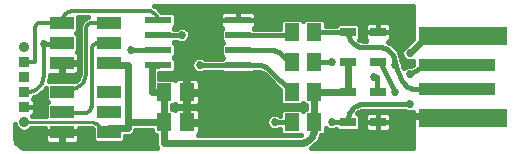
<source format=gtl>
G75*
%MOIN*%
%OFA0B0*%
%FSLAX24Y24*%
%IPPOS*%
%LPD*%
%AMOC8*
5,1,8,0,0,1.08239X$1,22.5*
%
%ADD10R,0.0512X0.0591*%
%ADD11R,0.0531X0.0315*%
%ADD12R,0.0870X0.0240*%
%ADD13R,0.0787X0.0433*%
%ADD14R,0.0350X0.0320*%
%ADD15C,0.0350*%
%ADD16R,0.2953X0.0591*%
%ADD17R,0.2559X0.0394*%
%ADD18C,0.0240*%
%ADD19C,0.0150*%
%ADD20C,0.0100*%
%ADD21C,0.0160*%
%ADD22C,0.0120*%
%ADD23C,0.0270*%
%ADD24C,0.0060*%
D10*
X005806Y001680D03*
X006554Y001680D03*
X006554Y002680D03*
X005806Y002680D03*
X010056Y002680D03*
X010804Y002680D03*
X010804Y003680D03*
X010056Y003680D03*
X010056Y004680D03*
X010804Y004680D03*
X010804Y001680D03*
X010056Y001680D03*
D11*
X011930Y001680D03*
X012930Y001680D03*
X012930Y002680D03*
X011930Y002680D03*
X011930Y003680D03*
X012930Y003680D03*
X012930Y004680D03*
X011930Y004680D03*
D12*
X008260Y004580D03*
X008260Y005080D03*
X005610Y005080D03*
X005610Y004580D03*
X005610Y004080D03*
X005610Y003580D03*
X008260Y003580D03*
X008260Y004080D03*
D13*
X003967Y004330D03*
X002393Y004330D03*
X002393Y004999D03*
X003967Y004999D03*
X003967Y003661D03*
X002393Y003661D03*
X002393Y002689D03*
X003967Y002689D03*
X003967Y002020D03*
X002393Y002020D03*
X002393Y001351D03*
X003967Y001351D03*
D14*
X001130Y002180D03*
X001130Y002680D03*
X001130Y003180D03*
X001130Y003680D03*
D15*
X001130Y004180D03*
X001130Y001680D03*
D16*
X015759Y001802D03*
X015759Y004558D03*
D17*
X015562Y003574D03*
X015562Y002786D03*
D18*
X015681Y001880D02*
X013680Y001880D01*
X011930Y002680D02*
X010804Y002680D01*
X010804Y001680D01*
X010804Y001480D01*
X010802Y001436D01*
X010796Y001393D01*
X010787Y001351D01*
X010774Y001309D01*
X010757Y001269D01*
X010737Y001230D01*
X010714Y001193D01*
X010687Y001159D01*
X010658Y001126D01*
X010625Y001097D01*
X010591Y001070D01*
X010554Y001047D01*
X010515Y001027D01*
X010475Y001010D01*
X010433Y000997D01*
X010391Y000988D01*
X010348Y000982D01*
X010304Y000980D01*
X005780Y000980D01*
X005806Y002680D01*
X005380Y002680D01*
X005380Y003580D01*
X005610Y003580D01*
X004580Y003580D02*
X004580Y001680D01*
X004580Y001480D01*
X003967Y001480D01*
X004580Y001680D02*
X005780Y001680D01*
X005780Y000980D01*
X005806Y001680D02*
X005806Y002680D01*
X005780Y002680D01*
X004580Y003580D02*
X003980Y003580D01*
X011930Y003680D02*
X011930Y002680D01*
X013980Y003980D02*
X014580Y004580D01*
D19*
X011930Y004680D02*
X010804Y004680D01*
X008380Y004080D02*
X008260Y004080D01*
X009980Y003680D02*
X010056Y003680D01*
X005806Y001680D02*
X005780Y001680D01*
X003967Y001480D02*
X003967Y001351D01*
X003967Y003580D02*
X003967Y003661D01*
D20*
X003376Y001680D02*
X001130Y001680D01*
X003376Y001680D02*
X003404Y001678D01*
X003432Y001674D01*
X003459Y001666D01*
X003484Y001655D01*
X003509Y001642D01*
X003532Y001625D01*
X003553Y001607D01*
X003680Y001480D02*
X003967Y001480D01*
D21*
X001180Y000820D02*
X001110Y000827D01*
X000980Y000881D01*
X000881Y000980D01*
X000827Y001110D01*
X000820Y001180D01*
X000820Y001605D01*
X000863Y001502D01*
X000952Y001413D01*
X001067Y001365D01*
X001193Y001365D01*
X001308Y001413D01*
X001385Y001490D01*
X001819Y001490D01*
X001819Y001379D01*
X002364Y001379D01*
X002364Y001322D01*
X002421Y001322D01*
X002421Y000954D01*
X002810Y000954D01*
X002856Y000966D01*
X002897Y000990D01*
X002930Y001024D01*
X002954Y001065D01*
X002966Y001110D01*
X002966Y001322D01*
X002421Y001322D01*
X002421Y001379D01*
X002966Y001379D01*
X002966Y001490D01*
X003376Y001490D01*
X003388Y001489D01*
X003388Y001489D01*
X003434Y001443D01*
X003434Y001076D01*
X003516Y000994D01*
X004419Y000994D01*
X004501Y001076D01*
X004501Y001220D01*
X004632Y001220D01*
X004727Y001260D01*
X004800Y001333D01*
X004837Y001420D01*
X005410Y001420D01*
X005410Y001327D01*
X005492Y001245D01*
X005520Y001245D01*
X005520Y000982D01*
X005519Y000932D01*
X005520Y000930D01*
X005520Y000928D01*
X005539Y000882D01*
X005557Y000836D01*
X005559Y000835D01*
X005560Y000833D01*
X005572Y000820D01*
X001180Y000820D01*
X001082Y000839D02*
X005556Y000839D01*
X005520Y000997D02*
X004422Y000997D01*
X004501Y001156D02*
X005520Y001156D01*
X005423Y001314D02*
X004782Y001314D01*
X003513Y000997D02*
X002904Y000997D01*
X002966Y001156D02*
X003434Y001156D01*
X003434Y001314D02*
X002966Y001314D01*
X003180Y001351D02*
X003180Y001380D01*
X002966Y001473D02*
X003405Y001473D01*
X002421Y001473D02*
X002364Y001473D01*
X002364Y001490D02*
X002421Y001490D01*
X002421Y001379D01*
X002364Y001379D01*
X002364Y001490D01*
X002393Y001380D02*
X002393Y001351D01*
X002393Y001380D02*
X001580Y001280D01*
X001819Y001314D02*
X000820Y001314D01*
X000822Y001156D02*
X001819Y001156D01*
X001819Y001110D02*
X001831Y001065D01*
X001855Y001024D01*
X001888Y000990D01*
X001929Y000966D01*
X001975Y000954D01*
X002364Y000954D01*
X002364Y001322D01*
X001819Y001322D01*
X001819Y001110D01*
X001882Y000997D02*
X000874Y000997D01*
X000892Y001473D02*
X000820Y001473D01*
X001368Y001473D02*
X001819Y001473D01*
X002364Y001314D02*
X002421Y001314D01*
X002421Y001156D02*
X002364Y001156D01*
X002364Y000997D02*
X002421Y000997D01*
X001859Y001870D02*
X001405Y001870D01*
X001416Y001876D01*
X001449Y001909D01*
X001473Y001951D01*
X001485Y001996D01*
X001485Y002180D01*
X001485Y002364D01*
X001473Y002409D01*
X001449Y002451D01*
X001441Y002458D01*
X001445Y002462D01*
X001445Y002509D01*
X001597Y002556D01*
X001827Y002748D01*
X001859Y002810D01*
X001859Y002415D01*
X001919Y002355D01*
X001859Y002295D01*
X001859Y001870D01*
X001859Y001948D02*
X001471Y001948D01*
X001485Y002107D02*
X001859Y002107D01*
X001580Y002180D02*
X001130Y002180D01*
X001485Y002180D01*
X001130Y002180D01*
X001130Y002180D01*
X001485Y002265D02*
X001859Y002265D01*
X001859Y002424D02*
X001465Y002424D01*
X001597Y002556D02*
X001597Y002556D01*
X001627Y002582D02*
X001859Y002582D01*
X001859Y002741D02*
X001818Y002741D01*
X001827Y002748D02*
X001827Y002748D01*
X001827Y002748D01*
X001180Y002680D02*
X001130Y002680D01*
X001969Y003046D02*
X001973Y003090D01*
X001980Y003097D01*
X001980Y003171D01*
X001987Y003244D01*
X001980Y003252D01*
X001980Y003264D01*
X002364Y003264D01*
X002364Y003632D01*
X002421Y003632D01*
X002421Y003264D01*
X002810Y003264D01*
X002856Y003276D01*
X002897Y003300D01*
X002930Y003334D01*
X002954Y003375D01*
X002966Y003420D01*
X002966Y003632D01*
X002421Y003632D01*
X002421Y003689D01*
X002966Y003689D01*
X002966Y003901D01*
X002954Y003947D01*
X002930Y003988D01*
X002897Y004021D01*
X002894Y004023D01*
X002926Y004055D01*
X002926Y004605D01*
X002866Y004665D01*
X002926Y004725D01*
X002926Y005180D01*
X003276Y005180D01*
X003101Y005079D01*
X003101Y005079D01*
X003101Y005079D01*
X002980Y004870D01*
X002980Y003280D01*
X002974Y003221D01*
X002929Y003113D01*
X002853Y003037D01*
X002844Y003046D01*
X001969Y003046D01*
X001970Y003058D02*
X002874Y003058D01*
X002972Y003216D02*
X001984Y003216D01*
X002364Y003375D02*
X002421Y003375D01*
X002421Y003533D02*
X002364Y003533D01*
X002966Y003533D02*
X002980Y003533D01*
X002980Y003375D02*
X002954Y003375D01*
X002966Y003692D02*
X002980Y003692D01*
X002966Y003850D02*
X002980Y003850D01*
X002980Y004009D02*
X002910Y004009D01*
X002926Y004167D02*
X002980Y004167D01*
X002980Y004326D02*
X002926Y004326D01*
X002926Y004484D02*
X002980Y004484D01*
X002980Y004643D02*
X002888Y004643D01*
X002926Y004801D02*
X002980Y004801D01*
X002926Y004960D02*
X003032Y004960D01*
X002926Y005118D02*
X003169Y005118D01*
X002393Y004330D02*
X002391Y004317D01*
X002386Y004305D01*
X002378Y004295D01*
X002368Y004287D01*
X002356Y004282D01*
X002343Y004280D01*
X001780Y004280D01*
X003967Y003580D02*
X003980Y003580D01*
X004680Y004080D02*
X005610Y004080D01*
X006113Y004330D02*
X006185Y004258D01*
X006185Y003902D01*
X006113Y003830D01*
X006185Y003758D01*
X006185Y003402D01*
X006103Y003320D01*
X005640Y003320D01*
X005640Y003115D01*
X006120Y003115D01*
X006152Y003083D01*
X006154Y003086D01*
X006188Y003119D01*
X006229Y003143D01*
X006274Y003155D01*
X006506Y003155D01*
X006506Y002728D01*
X006602Y002728D01*
X006602Y003155D01*
X006834Y003155D01*
X006879Y003143D01*
X006920Y003119D01*
X006954Y003086D01*
X006978Y003045D01*
X006990Y002999D01*
X006990Y002728D01*
X006602Y002728D01*
X006602Y002632D01*
X006602Y002205D01*
X006834Y002205D01*
X006879Y002217D01*
X006920Y002241D01*
X006954Y002274D01*
X006978Y002315D01*
X006990Y002361D01*
X006990Y002632D01*
X006602Y002632D01*
X006506Y002632D01*
X006506Y002205D01*
X006274Y002205D01*
X006229Y002217D01*
X006188Y002241D01*
X006154Y002274D01*
X006152Y002277D01*
X006120Y002245D01*
X006066Y002245D01*
X006066Y002115D01*
X006120Y002115D01*
X006152Y002083D01*
X006154Y002086D01*
X006188Y002119D01*
X006229Y002143D01*
X006274Y002155D01*
X006506Y002155D01*
X006506Y001728D01*
X006602Y001728D01*
X006602Y002155D01*
X006834Y002155D01*
X006879Y002143D01*
X006920Y002119D01*
X006954Y002086D01*
X006978Y002045D01*
X006990Y001999D01*
X006990Y001728D01*
X006602Y001728D01*
X006602Y001632D01*
X006990Y001632D01*
X006990Y001361D01*
X006978Y001315D01*
X006954Y001274D01*
X006920Y001241D01*
X006919Y001240D01*
X010304Y001240D01*
X010351Y001245D01*
X010351Y001245D01*
X009742Y001245D01*
X009660Y001327D01*
X009660Y001460D01*
X009649Y001460D01*
X009636Y001447D01*
X009535Y001405D01*
X009425Y001405D01*
X009324Y001447D01*
X009247Y001524D01*
X009205Y001625D01*
X009205Y001735D01*
X009247Y001836D01*
X009324Y001913D01*
X009425Y001955D01*
X009535Y001955D01*
X009636Y001913D01*
X009649Y001900D01*
X009660Y001900D01*
X009660Y002033D01*
X009742Y002115D01*
X010370Y002115D01*
X010430Y002055D01*
X010490Y002115D01*
X010544Y002115D01*
X010544Y002245D01*
X010490Y002245D01*
X010430Y002305D01*
X010370Y002245D01*
X009742Y002245D01*
X009660Y002327D01*
X009660Y002765D01*
X009211Y003214D01*
X009210Y003214D01*
X009147Y003278D01*
X009104Y003313D01*
X009004Y003355D01*
X008949Y003360D01*
X008793Y003360D01*
X008753Y003320D01*
X007767Y003320D01*
X007727Y003360D01*
X007149Y003360D01*
X007136Y003347D01*
X007035Y003305D01*
X006925Y003305D01*
X006824Y003347D01*
X006747Y003424D01*
X006705Y003525D01*
X006705Y003635D01*
X006747Y003736D01*
X006824Y003813D01*
X006925Y003855D01*
X007035Y003855D01*
X007136Y003813D01*
X007149Y003800D01*
X007727Y003800D01*
X007757Y003830D01*
X007685Y003902D01*
X007685Y004258D01*
X007757Y004330D01*
X007685Y004402D01*
X007685Y004758D01*
X007733Y004806D01*
X007714Y004816D01*
X007681Y004849D01*
X007657Y004891D01*
X007645Y004936D01*
X007645Y005080D01*
X008260Y005080D01*
X008260Y005080D01*
X008260Y005380D01*
X008719Y005380D01*
X008764Y005368D01*
X008806Y005344D01*
X008839Y005311D01*
X008863Y005269D01*
X008875Y005224D01*
X008875Y005080D01*
X008260Y005080D01*
X008260Y005080D01*
X008260Y005080D01*
X008260Y005380D01*
X007801Y005380D01*
X007756Y005368D01*
X007714Y005344D01*
X007681Y005311D01*
X007657Y005269D01*
X007645Y005224D01*
X007645Y005080D01*
X008260Y005080D01*
X008875Y005080D01*
X008875Y004936D01*
X008863Y004891D01*
X008839Y004849D01*
X008806Y004816D01*
X008787Y004806D01*
X008793Y004800D01*
X009660Y004800D01*
X009660Y005033D01*
X009742Y005115D01*
X010370Y005115D01*
X010430Y005055D01*
X010490Y005115D01*
X011118Y005115D01*
X011200Y005033D01*
X011200Y004895D01*
X011524Y004895D01*
X011524Y004895D01*
X011606Y004977D01*
X012254Y004977D01*
X012336Y004895D01*
X012336Y004465D01*
X012305Y004434D01*
X012381Y004405D01*
X012432Y004400D01*
X012532Y004400D01*
X012520Y004412D01*
X012497Y004453D01*
X012484Y004499D01*
X012484Y004680D01*
X012930Y004680D01*
X013480Y004680D01*
X013376Y004680D02*
X013376Y004861D01*
X013363Y004907D01*
X013340Y004948D01*
X013306Y004982D01*
X013265Y005005D01*
X013219Y005017D01*
X012930Y005017D01*
X012641Y005017D01*
X012595Y005005D01*
X012554Y004982D01*
X012520Y004948D01*
X012497Y004907D01*
X012484Y004861D01*
X012484Y004680D01*
X012930Y004680D01*
X012930Y004680D01*
X012930Y005017D01*
X012930Y004680D01*
X013376Y004680D01*
X012930Y004680D01*
X012930Y004680D01*
X012930Y004680D01*
X012930Y004801D02*
X012930Y004801D01*
X012930Y004960D02*
X012930Y004960D01*
X013328Y004960D02*
X014080Y004960D01*
X014080Y004801D02*
X013376Y004801D01*
X013376Y004680D02*
X013376Y004499D01*
X013363Y004453D01*
X013340Y004412D01*
X013306Y004378D01*
X013265Y004355D01*
X013245Y004349D01*
X013388Y004290D01*
X013388Y004290D01*
X013590Y004088D01*
X013590Y004088D01*
X013700Y003823D01*
X013700Y003749D01*
X013713Y003736D01*
X013755Y003635D01*
X013755Y003525D01*
X013754Y003523D01*
X013781Y003470D01*
X013824Y003513D01*
X013925Y003555D01*
X014011Y003555D01*
X014080Y003597D01*
X014080Y003724D01*
X014035Y003705D01*
X013925Y003705D01*
X013824Y003747D01*
X013747Y003824D01*
X013705Y003925D01*
X013705Y004035D01*
X013747Y004136D01*
X013824Y004213D01*
X013860Y004228D01*
X014080Y004448D01*
X014080Y005540D01*
X005476Y005540D01*
X005563Y005504D01*
X005563Y005504D01*
X005704Y005363D01*
X005704Y005363D01*
X005713Y005340D01*
X006103Y005340D01*
X006185Y005258D01*
X006185Y004902D01*
X006113Y004830D01*
X006143Y004800D01*
X006211Y004800D01*
X006224Y004813D01*
X006325Y004855D01*
X006435Y004855D01*
X006536Y004813D01*
X006613Y004736D01*
X006655Y004635D01*
X006655Y004525D01*
X006613Y004424D01*
X006536Y004347D01*
X006435Y004305D01*
X006325Y004305D01*
X006224Y004347D01*
X006211Y004360D01*
X006143Y004360D01*
X006113Y004330D01*
X006117Y004326D02*
X006276Y004326D01*
X006484Y004326D02*
X007753Y004326D01*
X007685Y004484D02*
X006638Y004484D01*
X006652Y004643D02*
X007685Y004643D01*
X007728Y004801D02*
X006548Y004801D01*
X006212Y004801D02*
X006142Y004801D01*
X006185Y004960D02*
X007645Y004960D01*
X007645Y005118D02*
X006185Y005118D01*
X006166Y005277D02*
X007661Y005277D01*
X008260Y005277D02*
X008260Y005277D01*
X008260Y005118D02*
X008260Y005118D01*
X008875Y005118D02*
X014080Y005118D01*
X014080Y005277D02*
X008859Y005277D01*
X008875Y004960D02*
X009660Y004960D01*
X009660Y004801D02*
X008792Y004801D01*
X008260Y004580D02*
X009880Y004580D01*
X009880Y004680D01*
X010056Y004680D01*
X010080Y004680D01*
X011200Y004960D02*
X011588Y004960D01*
X011930Y004680D02*
X011935Y004630D01*
X012336Y004643D02*
X012484Y004643D01*
X012432Y004180D02*
X012389Y004182D01*
X012346Y004187D01*
X012304Y004197D01*
X012262Y004210D01*
X012222Y004226D01*
X012184Y004246D01*
X012147Y004269D01*
X012113Y004295D01*
X012081Y004324D01*
X012051Y004356D01*
X012025Y004390D01*
X012001Y004426D01*
X011981Y004464D01*
X011964Y004504D01*
X011950Y004545D01*
X011941Y004587D01*
X011934Y004630D01*
X012336Y004484D02*
X012488Y004484D01*
X013303Y004326D02*
X013958Y004326D01*
X014080Y004484D02*
X013372Y004484D01*
X013376Y004643D02*
X014080Y004643D01*
X014580Y004580D02*
X015680Y004580D01*
X015759Y004558D01*
X013778Y004167D02*
X013511Y004167D01*
X013623Y004009D02*
X013705Y004009D01*
X013689Y003850D02*
X013736Y003850D01*
X013731Y003692D02*
X014080Y003692D01*
X014480Y003580D02*
X013980Y003280D01*
X013742Y003056D02*
X013762Y003019D01*
X013786Y002984D01*
X013813Y002951D01*
X013842Y002920D01*
X013874Y002892D01*
X013908Y002866D01*
X013944Y002844D01*
X013982Y002825D01*
X014022Y002809D01*
X014063Y002796D01*
X014104Y002787D01*
X014146Y002782D01*
X014189Y002780D01*
X015547Y002780D01*
X015555Y002782D01*
X015563Y002786D01*
X013980Y002280D02*
X012430Y002280D01*
X012430Y002060D02*
X012375Y002055D01*
X012274Y002013D01*
X012239Y001977D01*
X012254Y001977D01*
X012336Y001895D01*
X012336Y001465D01*
X012254Y001383D01*
X011606Y001383D01*
X011539Y001450D01*
X011536Y001447D01*
X011435Y001405D01*
X011325Y001405D01*
X011224Y001447D01*
X011200Y001471D01*
X011200Y001327D01*
X011118Y001245D01*
X011029Y001245D01*
X010948Y001049D01*
X010948Y001049D01*
X010735Y000836D01*
X010735Y000836D01*
X010697Y000820D01*
X014080Y000820D01*
X014080Y002024D01*
X014035Y002005D01*
X013925Y002005D01*
X013824Y002047D01*
X013811Y002060D01*
X012430Y002060D01*
X012520Y001948D02*
X012554Y001982D01*
X012595Y002005D01*
X012641Y002017D01*
X012930Y002017D01*
X013219Y002017D01*
X013265Y002005D01*
X013306Y001982D01*
X013340Y001948D01*
X014080Y001948D01*
X013780Y001880D02*
X013780Y001680D01*
X012930Y001680D01*
X013376Y001680D01*
X013376Y001861D01*
X013363Y001907D01*
X013340Y001948D01*
X013376Y001790D02*
X014080Y001790D01*
X013780Y001780D02*
X013780Y001080D01*
X014080Y000997D02*
X010896Y000997D01*
X010737Y000839D02*
X014080Y000839D01*
X014080Y001156D02*
X010992Y001156D01*
X011187Y001314D02*
X014080Y001314D01*
X014080Y001473D02*
X013369Y001473D01*
X013363Y001453D02*
X013376Y001499D01*
X013376Y001680D01*
X012930Y001680D01*
X012930Y001680D01*
X012930Y001680D01*
X012930Y002017D01*
X012930Y001680D01*
X012930Y001343D01*
X013219Y001343D01*
X013265Y001355D01*
X013306Y001378D01*
X013340Y001412D01*
X013363Y001453D01*
X013376Y001631D02*
X014080Y001631D01*
X013780Y001780D02*
X013680Y001880D01*
X012930Y001948D02*
X012930Y001948D01*
X012930Y001790D02*
X012930Y001790D01*
X012930Y001680D02*
X012484Y001680D01*
X012484Y001499D01*
X012497Y001453D01*
X012520Y001412D01*
X012554Y001378D01*
X012595Y001355D01*
X012641Y001343D01*
X012930Y001343D01*
X012930Y001680D01*
X012930Y001680D01*
X012930Y001680D01*
X012484Y001680D01*
X012484Y001861D01*
X012497Y001907D01*
X012520Y001948D01*
X012283Y001948D01*
X012336Y001790D02*
X012484Y001790D01*
X012430Y002280D02*
X012386Y002278D01*
X012343Y002272D01*
X012301Y002263D01*
X012259Y002250D01*
X012219Y002233D01*
X012180Y002213D01*
X012143Y002190D01*
X012109Y002163D01*
X012076Y002134D01*
X012047Y002101D01*
X012020Y002067D01*
X011997Y002030D01*
X011977Y001991D01*
X011960Y001951D01*
X011947Y001909D01*
X011938Y001867D01*
X011932Y001824D01*
X011930Y001780D01*
X011930Y001680D01*
X011380Y001680D01*
X012336Y001631D02*
X012484Y001631D01*
X012491Y001473D02*
X012336Y001473D01*
X012930Y001473D02*
X012930Y001473D01*
X012930Y001631D02*
X012930Y001631D01*
X010481Y002107D02*
X010379Y002107D01*
X010390Y002265D02*
X010470Y002265D01*
X009722Y002265D02*
X006945Y002265D01*
X006602Y002265D02*
X006506Y002265D01*
X006506Y002107D02*
X006602Y002107D01*
X006933Y002107D02*
X009733Y002107D01*
X009660Y001948D02*
X009552Y001948D01*
X009408Y001948D02*
X006990Y001948D01*
X006990Y001790D02*
X009228Y001790D01*
X009480Y001680D02*
X010056Y001680D01*
X009299Y001473D02*
X006990Y001473D01*
X006990Y001631D02*
X009205Y001631D01*
X009673Y001314D02*
X006977Y001314D01*
X007180Y001680D02*
X007214Y001678D01*
X007247Y001672D01*
X007279Y001663D01*
X007310Y001650D01*
X007340Y001634D01*
X007367Y001615D01*
X007392Y001592D01*
X007415Y001567D01*
X007434Y001540D01*
X007450Y001510D01*
X007463Y001479D01*
X007472Y001447D01*
X007478Y001414D01*
X007480Y001380D01*
X007180Y001680D02*
X006554Y001680D01*
X006506Y001790D02*
X006602Y001790D01*
X006602Y001948D02*
X006506Y001948D01*
X006175Y002107D02*
X006129Y002107D01*
X006140Y002265D02*
X006163Y002265D01*
X006506Y002424D02*
X006602Y002424D01*
X006602Y002582D02*
X006506Y002582D01*
X006506Y002741D02*
X006602Y002741D01*
X006602Y002899D02*
X006506Y002899D01*
X006506Y003058D02*
X006602Y003058D01*
X006970Y003058D02*
X009367Y003058D01*
X009209Y003216D02*
X005640Y003216D01*
X006157Y003375D02*
X006797Y003375D01*
X006705Y003533D02*
X006185Y003533D01*
X006185Y003692D02*
X006729Y003692D01*
X006913Y003850D02*
X006133Y003850D01*
X006185Y004009D02*
X007685Y004009D01*
X007685Y004167D02*
X006185Y004167D01*
X007047Y003850D02*
X007737Y003850D01*
X008260Y004080D02*
X009373Y004080D01*
X009726Y003934D02*
X009980Y003680D01*
X009727Y003934D02*
X009694Y003963D01*
X009660Y003990D01*
X009623Y004013D01*
X009584Y004033D01*
X009544Y004050D01*
X009502Y004063D01*
X009460Y004072D01*
X009417Y004078D01*
X009373Y004080D01*
X008949Y003580D02*
X008260Y003580D01*
X006980Y003580D01*
X008949Y003580D02*
X008993Y003578D01*
X009036Y003572D01*
X009078Y003563D01*
X009120Y003550D01*
X009160Y003533D01*
X009199Y003513D01*
X009236Y003490D01*
X009270Y003463D01*
X009303Y003434D01*
X009302Y003434D02*
X010056Y002680D01*
X009660Y002741D02*
X006990Y002741D01*
X006990Y002899D02*
X009526Y002899D01*
X009660Y002582D02*
X006990Y002582D01*
X006990Y002424D02*
X009660Y002424D01*
X012780Y003180D02*
X012880Y003180D01*
X012880Y002680D01*
X012930Y002680D01*
X013480Y002680D02*
X012980Y003680D01*
X013480Y003680D02*
X013478Y003724D01*
X013472Y003767D01*
X013463Y003809D01*
X013450Y003851D01*
X013433Y003891D01*
X013413Y003930D01*
X013390Y003967D01*
X013363Y004001D01*
X013334Y004034D01*
X013301Y004063D01*
X013267Y004090D01*
X013230Y004113D01*
X013191Y004133D01*
X013151Y004150D01*
X013109Y004163D01*
X013067Y004172D01*
X013024Y004178D01*
X012980Y004180D01*
X012432Y004180D01*
X012930Y003680D02*
X012980Y003680D01*
X013480Y003680D02*
X013480Y003580D01*
X013742Y003056D01*
X013755Y003533D02*
X013872Y003533D01*
X014480Y003580D02*
X015562Y003574D01*
X012484Y004801D02*
X012336Y004801D01*
X012272Y004960D02*
X012532Y004960D01*
X014080Y005435D02*
X005632Y005435D01*
X005610Y004580D02*
X006380Y004580D01*
X010804Y003680D02*
X011380Y003680D01*
X015681Y001880D02*
X015759Y001802D01*
D22*
X005610Y005080D02*
X005580Y005080D01*
X005578Y005114D01*
X005572Y005147D01*
X005563Y005179D01*
X005550Y005210D01*
X005534Y005240D01*
X005515Y005267D01*
X005492Y005292D01*
X005467Y005315D01*
X005440Y005334D01*
X005410Y005350D01*
X005379Y005363D01*
X005347Y005372D01*
X005314Y005378D01*
X005280Y005380D01*
X002773Y005380D01*
X002736Y005378D01*
X002699Y005373D01*
X002662Y005364D01*
X002627Y005351D01*
X002593Y005335D01*
X002561Y005316D01*
X002531Y005294D01*
X002504Y005268D01*
X002478Y005241D01*
X002456Y005211D01*
X002437Y005179D01*
X002421Y005145D01*
X002408Y005110D01*
X002399Y005073D01*
X002394Y005036D01*
X002392Y004999D01*
X002393Y004999D02*
X001650Y004999D01*
X001624Y004991D01*
X001600Y004979D01*
X001577Y004965D01*
X001557Y004947D01*
X001539Y004927D01*
X001523Y004905D01*
X001511Y004881D01*
X001502Y004856D01*
X001496Y004829D01*
X001494Y004802D01*
X001495Y004776D01*
X001500Y004749D01*
X001500Y003680D01*
X001130Y003680D01*
X001780Y003180D02*
X001774Y003135D01*
X001764Y003090D01*
X001751Y003047D01*
X001734Y003004D01*
X001713Y002963D01*
X001690Y002924D01*
X001663Y002887D01*
X001633Y002853D01*
X001601Y002821D01*
X001566Y002792D01*
X001528Y002765D01*
X001489Y002742D01*
X001448Y002723D01*
X001405Y002706D01*
X001361Y002694D01*
X001317Y002685D01*
X001271Y002680D01*
X001226Y002678D01*
X001180Y002680D01*
X002393Y002689D02*
X002393Y002780D01*
X002680Y002780D01*
X001780Y003180D02*
X001780Y004280D01*
X003180Y004749D02*
X003180Y003280D01*
X003178Y003236D01*
X003172Y003193D01*
X003163Y003151D01*
X003150Y003109D01*
X003133Y003069D01*
X003113Y003030D01*
X003090Y002993D01*
X003063Y002959D01*
X003034Y002926D01*
X003001Y002897D01*
X002967Y002870D01*
X002930Y002847D01*
X002891Y002827D01*
X002851Y002810D01*
X002809Y002797D01*
X002767Y002788D01*
X002724Y002782D01*
X002680Y002780D01*
X003380Y002230D02*
X003378Y002200D01*
X003373Y002170D01*
X003364Y002141D01*
X003351Y002114D01*
X003336Y002088D01*
X003317Y002064D01*
X003296Y002043D01*
X003272Y002024D01*
X003246Y002009D01*
X003219Y001996D01*
X003190Y001987D01*
X003160Y001982D01*
X003130Y001980D01*
X002393Y001980D01*
X002393Y002020D01*
X003380Y002230D02*
X003380Y004080D01*
X003382Y004110D01*
X003387Y004140D01*
X003396Y004169D01*
X003409Y004196D01*
X003424Y004222D01*
X003443Y004246D01*
X003464Y004267D01*
X003488Y004286D01*
X003514Y004301D01*
X003541Y004314D01*
X003570Y004323D01*
X003600Y004328D01*
X003630Y004330D01*
X003967Y004330D01*
X003430Y004999D02*
X003400Y004997D01*
X003370Y004992D01*
X003341Y004983D01*
X003314Y004970D01*
X003288Y004955D01*
X003264Y004936D01*
X003243Y004915D01*
X003224Y004891D01*
X003209Y004865D01*
X003196Y004838D01*
X003187Y004809D01*
X003182Y004779D01*
X003180Y004749D01*
X003430Y004999D02*
X003967Y004999D01*
X003553Y001607D02*
X003680Y001480D01*
D23*
X001580Y001280D03*
X001580Y002180D03*
X001130Y003180D03*
X001780Y004280D03*
X004680Y004080D03*
X006380Y004580D03*
X006980Y003580D03*
X011380Y003680D03*
X012780Y003180D03*
X013480Y003580D03*
X013980Y003280D03*
X013480Y002680D03*
X013980Y002280D03*
X011380Y001680D03*
X009480Y001680D03*
X007480Y001380D03*
X013780Y001080D03*
X013980Y003980D03*
X013480Y004680D03*
D24*
X002420Y001400D02*
X002393Y001351D01*
M02*

</source>
